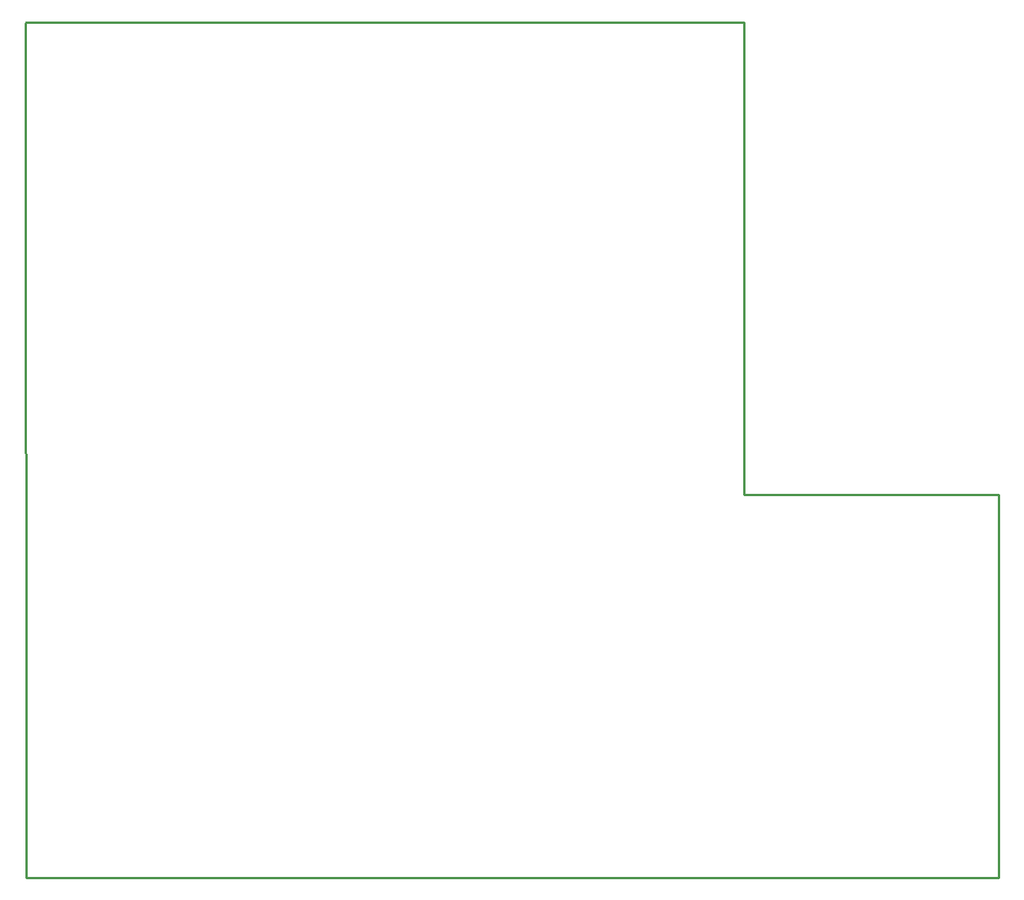
<source format=gko>
G04*
G04 #@! TF.GenerationSoftware,Altium Limited,Altium Designer,22.8.2 (66)*
G04*
G04 Layer_Color=16711935*
%FSLAX25Y25*%
%MOIN*%
G70*
G04*
G04 #@! TF.SameCoordinates,CEF463C0-22AA-4E03-8404-DDFA2DAA14BC*
G04*
G04*
G04 #@! TF.FilePolarity,Positive*
G04*
G01*
G75*
%ADD18C,0.01000*%
D18*
X-198Y393701D02*
X0Y23424D01*
X-198Y393701D02*
X0Y393899D01*
X311024D01*
X311222Y393701D01*
Y189175D02*
Y393701D01*
Y189175D02*
X421260D01*
X421458Y188974D01*
X421458Y31496D01*
Y23622D02*
Y31496D01*
X421260Y23424D02*
X421458Y23622D01*
X0Y23424D02*
X421260D01*
M02*

</source>
